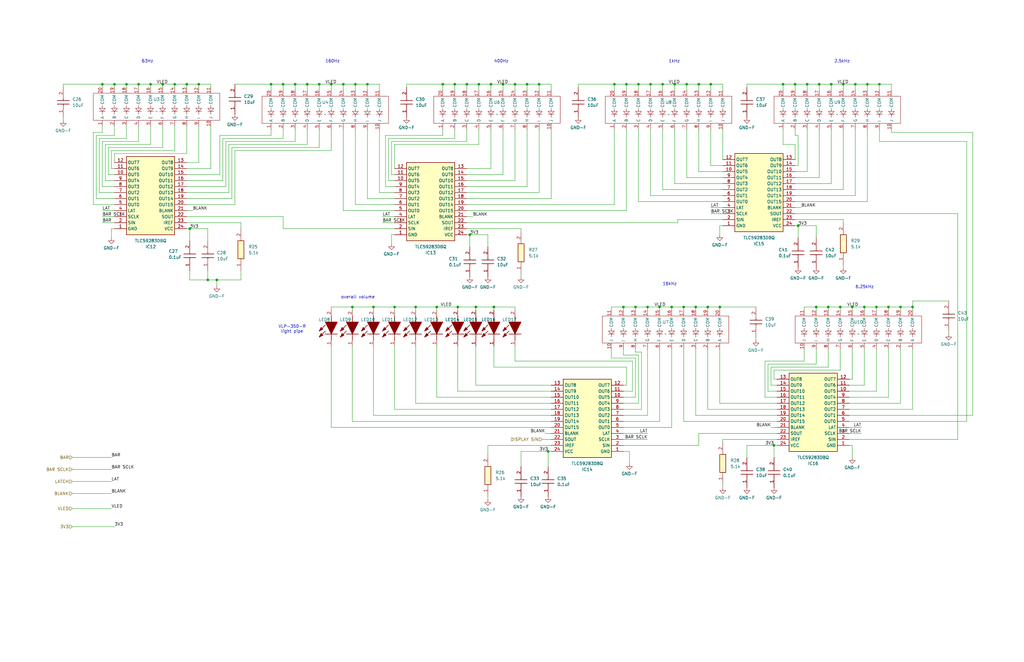
<source format=kicad_sch>
(kicad_sch (version 20231120) (generator "eeschema") (generator_version "8.0")
  (paper "B")
  (title_block (title "Audio System") (date "2025-02-06") (rev "P1") (company "Wolfe Engineering"))
  (junction (at 227.33 35.56))
  (junction (at 293.37 129.54))
  (junction (at 350.52 35.56))
  (junction (at 48.26 35.56))
  (junction (at 217.17 35.56))
  (junction (at 231.14 190.5))
  (junction (at 288.29 129.54))
  (junction (at 330.2 35.56))
  (junction (at 83.82 35.56))
  (junction (at 53.34 35.56))
  (junction (at 294.64 35.56))
  (junction (at 191.77 35.56))
  (junction (at 344.17 129.54))
  (junction (at 326.39 187.96))
  (junction (at 208.28 129.54))
  (junction (at 369.57 129.54))
  (junction (at 222.25 35.56))
  (junction (at 384.81 129.54))
  (junction (at 355.6 35.56))
  (junction (at 279.4 35.56))
  (junction (at 269.24 35.56))
  (junction (at 262.89 129.54))
  (junction (at 259.08 35.56))
  (junction (at 87.63 118.11))
  (junction (at 91.44 118.11))
  (junction (at 175.26 129.54))
  (junction (at 166.37 129.54))
  (junction (at 212.09 35.56))
  (junction (at 148.59 129.54))
  (junction (at 68.58 35.56))
  (junction (at 200.66 129.54))
  (junction (at 283.21 129.54))
  (junction (at 184.15 129.54))
  (junction (at 349.25 129.54))
  (junction (at 154.94 35.56))
  (junction (at 264.16 35.56))
  (junction (at 129.54 35.56))
  (junction (at 139.7 35.56))
  (junction (at 196.85 35.56))
  (junction (at 273.05 129.54))
  (junction (at 345.44 35.56))
  (junction (at 274.32 35.56))
  (junction (at 364.49 129.54))
  (junction (at 359.41 129.54))
  (junction (at 374.65 129.54))
  (junction (at 298.45 129.54))
  (junction (at 157.48 129.54))
  (junction (at 360.68 35.56))
  (junction (at 124.46 35.56))
  (junction (at 80.01 96.52))
  (junction (at 365.76 35.56))
  (junction (at 207.01 35.56))
  (junction (at 201.93 35.56))
  (junction (at 336.55 95.25))
  (junction (at 340.36 35.56))
  (junction (at 63.5 35.56))
  (junction (at 267.97 129.54))
  (junction (at 284.48 35.56))
  (junction (at 303.53 129.54))
  (junction (at 379.73 129.54))
  (junction (at 114.3 35.56))
  (junction (at 299.72 35.56))
  (junction (at 335.28 35.56))
  (junction (at 278.13 129.54))
  (junction (at 134.62 35.56))
  (junction (at 289.56 35.56))
  (junction (at 186.69 35.56))
  (junction (at 78.74 35.56))
  (junction (at 193.04 129.54))
  (junction (at 198.12 99.06))
  (junction (at 58.42 35.56))
  (junction (at 370.84 35.56))
  (junction (at 119.38 35.56))
  (junction (at 149.86 35.56))
  (junction (at 144.78 35.56))
  (junction (at 43.18 35.56))
  (junction (at 354.33 129.54))
  (junction (at 73.66 35.56))
  (wire (pts (xy 196.85 86.36) (xy 259.08 86.36)))
  (wire (pts (xy 304.8 82.55) (xy 274.32 82.55)))
  (wire (pts (xy 299.72 69.85) (xy 299.72 54.61)))
  (wire (pts (xy 119.38 91.44) (xy 119.38 96.52)))
  (wire (pts (xy 304.8 80.01) (xy 279.4 80.01)))
  (wire (pts (xy 41.91 81.28) (xy 41.91 58.42)))
  (wire (pts (xy 232.41 170.18) (xy 175.26 170.18)))
  (wire (pts (xy 119.38 35.56) (xy 119.38 38.1)))
  (wire (pts (xy 196.85 54.61) (xy 196.85 59.69)))
  (wire (pts (xy 273.05 129.54) (xy 267.97 129.54)))
  (wire (pts (xy 303.53 170.18) (xy 303.53 147.32)))
  (wire (pts (xy 274.32 35.56) (xy 279.4 35.56)))
  (wire (pts (xy 355.6 80.01) (xy 355.6 54.61)))
  (wire (pts (xy 355.6 35.56) (xy 355.6 38.1)))
  (wire (pts (xy 165.1 99.06) (xy 165.1 102.87)))
  (wire (pts (xy 379.73 129.54) (xy 374.65 129.54)))
  (wire (pts (xy 379.73 170.18) (xy 379.73 147.32)))
  (wire (pts (xy 294.64 35.56) (xy 299.72 35.56)))
  (wire (pts (xy 166.37 129.54) (xy 166.37 130.81)))
  (wire (pts (xy 139.7 146.05) (xy 139.7 180.34)))
  (wire (pts (xy 384.81 129.54) (xy 379.73 129.54)))
  (wire (pts (xy 262.89 162.56) (xy 264.16 162.56)))
  (wire (pts (xy 407.67 177.8) (xy 407.67 59.69)))
  (wire (pts (xy 294.64 35.56) (xy 294.64 38.1)))
  (wire (pts (xy 284.48 77.47) (xy 284.48 54.61)))
  (wire (pts (xy 154.94 35.56) (xy 154.94 38.1)))
  (wire (pts (xy 262.89 165.1) (xy 266.7 165.1)))
  (wire (pts (xy 264.16 35.56) (xy 264.16 38.1)))
  (wire (pts (xy 39.37 86.36) (xy 48.26 86.36)))
  (wire (pts (xy 327.66 170.18) (xy 303.53 170.18)))
  (wire (pts (xy 359.41 129.54) (xy 359.41 130.81)))
  (wire (pts (xy 370.84 59.69) (xy 370.84 54.61)))
  (wire (pts (xy 129.54 35.56) (xy 134.62 35.56)))
  (wire (pts (xy 83.82 53.34) (xy 83.82 68.58)))
  (wire (pts (xy 48.26 35.56) (xy 48.26 36.83)))
  (wire (pts (xy 270.51 172.72) (xy 270.51 148.59)))
  (wire (pts (xy 330.2 38.1) (xy 330.2 35.56)))
  (wire (pts (xy 288.29 129.54) (xy 283.21 129.54)))
  (wire (pts (xy 198.12 99.06) (xy 205.74 99.06)))
  (wire (pts (xy 58.42 35.56) (xy 63.5 35.56)))
  (wire (pts (xy 299.72 90.17) (xy 304.8 90.17)))
  (wire (pts (xy 327.66 180.34) (xy 325.12 180.34)))
  (wire (pts (xy 278.13 129.54) (xy 273.05 129.54)))
  (wire (pts (xy 196.85 93.98) (xy 285.75 93.98)))
  (wire (pts (xy 369.57 129.54) (xy 369.57 130.81)))
  (wire (pts (xy 273.05 175.26) (xy 273.05 147.32)))
  (wire (pts (xy 186.69 35.56) (xy 191.77 35.56)))
  (wire (pts (xy 304.8 185.42) (xy 304.8 186.69)))
  (wire (pts (xy 139.7 35.56) (xy 144.78 35.56)))
  (wire (pts (xy 217.17 146.05) (xy 217.17 152.4)))
  (wire (pts (xy 87.63 101.6) (xy 87.63 96.52)))
  (wire (pts (xy 166.37 73.66) (xy 165.1 73.66)))
  (wire (pts (xy 364.49 129.54) (xy 359.41 129.54)))
  (wire (pts (xy 410.21 55.88) (xy 375.92 55.88)))
  (wire (pts (xy 44.45 60.96) (xy 63.5 60.96)))
  (wire (pts (xy 267.97 148.59) (xy 267.97 147.32)))
  (wire (pts (xy 93.98 58.42) (xy 119.38 58.42)))
  (wire (pts (xy 285.75 92.71) (xy 304.8 92.71)))
  (wire (pts (xy 43.18 59.69) (xy 43.18 78.74)))
  (wire (pts (xy 43.18 78.74) (xy 48.26 78.74)))
  (wire (pts (xy 335.28 77.47) (xy 350.52 77.47)))
  (wire (pts (xy 384.81 127) (xy 384.81 129.54)))
  (wire (pts (xy 355.6 92.71) (xy 355.6 93.98)))
  (wire (pts (xy 365.76 35.56) (xy 370.84 35.56)))
  (wire (pts (xy 374.65 129.54) (xy 369.57 129.54)))
  (wire (pts (xy 78.74 78.74) (xy 95.25 78.74)))
  (wire (pts (xy 266.7 152.4) (xy 217.17 152.4)))
  (wire (pts (xy 46.99 63.5) (xy 73.66 63.5)))
  (wire (pts (xy 191.77 58.42) (xy 191.77 54.61)))
  (wire (pts (xy 262.89 190.5) (xy 265.43 190.5)))
  (wire (pts (xy 43.18 93.98) (xy 48.26 93.98)))
  (wire (pts (xy 267.97 129.54) (xy 267.97 130.81)))
  (wire (pts (xy 208.28 129.54) (xy 217.17 129.54)))
  (wire (pts (xy 229.87 182.88) (xy 232.41 182.88)))
  (wire (pts (xy 303.53 129.54) (xy 298.45 129.54)))
  (wire (pts (xy 186.69 57.15) (xy 186.69 54.61)))
  (wire (pts (xy 205.74 209.55) (xy 205.74 210.82)))
  (wire (pts (xy 407.67 59.69) (xy 370.84 59.69)))
  (wire (pts (xy 339.09 152.4) (xy 339.09 147.32)))
  (wire (pts (xy 78.74 64.77) (xy 48.26 64.77)))
  (wire (pts (xy 78.74 35.56) (xy 78.74 36.83)))
  (wire (pts (xy 41.91 58.42) (xy 53.34 58.42)))
  (wire (pts (xy 359.41 187.96) (xy 359.41 193.04)))
  (wire (pts (xy 87.63 118.11) (xy 80.01 118.11)))
  (wire (pts (xy 154.94 83.82) (xy 166.37 83.82)))
  (wire (pts (xy 44.45 76.2) (xy 44.45 60.96)))
  (wire (pts (xy 327.66 187.96) (xy 326.39 187.96)))
  (wire (pts (xy 269.24 170.18) (xy 269.24 149.86)))
  (wire (pts (xy 327.66 172.72) (xy 298.45 172.72)))
  (wire (pts (xy 73.66 35.56) (xy 73.66 36.83)))
  (wire (pts (xy 144.78 88.9) (xy 144.78 54.61)))
  (wire (pts (xy 262.89 167.64) (xy 267.97 167.64)))
  (wire (pts (xy 58.42 53.34) (xy 58.42 59.69)))
  (wire (pts (xy 119.38 35.56) (xy 124.46 35.56)))
  (wire (pts (xy 232.41 162.56) (xy 200.66 162.56)))
  (wire (pts (xy 325.12 162.56) (xy 325.12 154.94)))
  (wire (pts (xy 198.12 99.06) (xy 198.12 104.14)))
  (wire (pts (xy 375.92 55.88) (xy 375.92 54.61)))
  (wire (pts (xy 289.56 74.93) (xy 289.56 54.61)))
  (wire (pts (xy 208.28 129.54) (xy 208.28 130.81)))
  (wire (pts (xy 114.3 57.15) (xy 114.3 54.61)))
  (wire (pts (xy 78.74 76.2) (xy 93.98 76.2)))
  (wire (pts (xy 379.73 129.54) (xy 379.73 130.81)))
  (wire (pts (xy 149.86 35.56) (xy 154.94 35.56)))
  (wire (pts (xy 359.41 129.54) (xy 354.33 129.54)))
  (wire (pts (xy 262.89 172.72) (xy 270.51 172.72)))
  (wire (pts (xy 262.89 180.34) (xy 283.21 180.34)))
  (wire (pts (xy 217.17 130.81) (xy 217.17 129.54)))
  (wire (pts (xy 299.72 35.56) (xy 304.8 35.56)))
  (wire (pts (xy 365.76 35.56) (xy 365.76 38.1)))
  (wire (pts (xy 360.68 35.56) (xy 365.76 35.56)))
  (wire (pts (xy 322.58 167.64) (xy 322.58 152.4)))
  (wire (pts (xy 364.49 129.54) (xy 364.49 130.81)))
  (wire (pts (xy 26.67 35.56) (xy 43.18 35.56)))
  (wire (pts (xy 114.3 35.56) (xy 119.38 35.56)))
  (wire (pts (xy 175.26 146.05) (xy 175.26 170.18)))
  (wire (pts (xy 196.85 78.74) (xy 222.25 78.74)))
  (wire (pts (xy 175.26 129.54) (xy 175.26 130.81)))
  (wire (pts (xy 335.28 60.96) (xy 330.2 60.96)))
  (wire (pts (xy 323.85 153.67) (xy 323.85 165.1)))
  (wire (pts (xy 171.45 36.83) (xy 171.45 35.56)))
  (wire (pts (xy 335.28 35.56) (xy 335.28 38.1)))
  (wire (pts (xy 354.33 129.54) (xy 354.33 130.81)))
  (wire (pts (xy 48.26 53.34) (xy 48.26 57.15)))
  (wire (pts (xy 157.48 129.54) (xy 157.48 130.81)))
  (wire (pts (xy 335.28 85.09) (xy 365.76 85.09)))
  (wire (pts (xy 410.21 175.26) (xy 410.21 55.88)))
  (wire (pts (xy 53.34 35.56) (xy 53.34 36.83)))
  (wire (pts (xy 201.93 35.56) (xy 201.93 38.1)))
  (wire (pts (xy 43.18 36.83) (xy 43.18 35.56)))
  (wire (pts (xy 262.89 177.8) (xy 278.13 177.8)))
  (wire (pts (xy 196.85 88.9) (xy 264.16 88.9)))
  (wire (pts (xy 124.46 35.56) (xy 124.46 38.1)))
  (wire (pts (xy 327.66 182.88) (xy 294.64 182.88)))
  (wire (pts (xy 30.48 208.28) (xy 46.99 208.28)))
  (wire (pts (xy 162.56 57.15) (xy 186.69 57.15)))
  (wire (pts (xy 262.89 149.86) (xy 262.89 147.32)))
  (wire (pts (xy 369.57 129.54) (xy 364.49 129.54)))
  (wire (pts (xy 171.45 35.56) (xy 186.69 35.56)))
  (wire (pts (xy 219.71 115.57) (xy 219.71 116.84)))
  (wire (pts (xy 304.8 72.39) (xy 294.64 72.39)))
  (wire (pts (xy 330.2 35.56) (xy 335.28 35.56)))
  (wire (pts (xy 274.32 82.55) (xy 274.32 54.61)))
  (wire (pts (xy 267.97 129.54) (xy 262.89 129.54)))
  (wire (pts (xy 48.26 57.15) (xy 40.64 57.15)))
  (wire (pts (xy 101.6 114.3) (xy 101.6 118.11)))
  (wire (pts (xy 335.28 74.93) (xy 345.44 74.93)))
  (wire (pts (xy 196.85 83.82) (xy 232.41 83.82)))
  (wire (pts (xy 358.14 177.8) (xy 407.67 177.8)))
  (wire (pts (xy 134.62 62.23) (xy 134.62 54.61)))
  (wire (pts (xy 262.89 182.88) (xy 273.05 182.88)))
  (wire (pts (xy 304.8 74.93) (xy 289.56 74.93)))
  (wire (pts (xy 369.57 165.1) (xy 369.57 147.32)))
  (wire (pts (xy 358.14 160.02) (xy 359.41 160.02)))
  (wire (pts (xy 269.24 35.56) (xy 269.24 38.1)))
  (wire (pts (xy 68.58 35.56) (xy 68.58 36.83)))
  (wire (pts (xy 374.65 167.64) (xy 374.65 147.32)))
  (wire (pts (xy 269.24 85.09) (xy 269.24 54.61)))
  (wire (pts (xy 262.89 170.18) (xy 269.24 170.18)))
  (wire (pts (xy 78.74 91.44) (xy 119.38 91.44)))
  (wire (pts (xy 335.28 92.71) (xy 355.6 92.71)))
  (wire (pts (xy 284.48 35.56) (xy 284.48 38.1)))
  (wire (pts (xy 58.42 35.56) (xy 58.42 36.83)))
  (wire (pts (xy 139.7 129.54) (xy 139.7 130.81)))
  (wire (pts (xy 207.01 35.56) (xy 212.09 35.56)))
  (wire (pts (xy 139.7 63.5) (xy 139.7 54.61)))
  (wire (pts (xy 294.64 187.96) (xy 262.89 187.96)))
  (wire (pts (xy 63.5 35.56) (xy 63.5 36.83)))
  (wire (pts (xy 267.97 151.13) (xy 257.81 151.13)))
  (wire (pts (xy 196.85 35.56) (xy 196.85 38.1)))
  (wire (pts (xy 208.28 146.05) (xy 208.28 154.94)))
  (wire (pts (xy 264.16 35.56) (xy 269.24 35.56)))
  (wire (pts (xy 354.33 129.54) (xy 349.25 129.54)))
  (wire (pts (xy 88.9 35.56) (xy 88.9 36.83)))
  (wire (pts (xy 114.3 38.1) (xy 114.3 35.56)))
  (wire (pts (xy 304.8 77.47) (xy 284.48 77.47)))
  (wire (pts (xy 340.36 35.56) (xy 340.36 38.1)))
  (wire (pts (xy 370.84 35.56) (xy 375.92 35.56)))
  (wire (pts (xy 78.74 35.56) (xy 83.82 35.56)))
  (wire (pts (xy 97.79 62.23) (xy 134.62 62.23)))
  (wire (pts (xy 359.41 160.02) (xy 359.41 147.32)))
  (wire (pts (xy 129.54 60.96) (xy 129.54 54.61)))
  (wire (pts (xy 45.72 62.23) (xy 45.72 73.66)))
  (wire (pts (xy 219.71 96.52) (xy 219.71 97.79)))
  (wire (pts (xy 139.7 35.56) (xy 139.7 38.1)))
  (wire (pts (xy 83.82 35.56) (xy 83.82 36.83)))
  (wire (pts (xy 293.37 175.26) (xy 293.37 147.32)))
  (wire (pts (xy 335.28 80.01) (xy 355.6 80.01)))
  (wire (pts (xy 157.48 129.54) (xy 166.37 129.54)))
  (wire (pts (xy 212.09 73.66) (xy 212.09 54.61)))
  (wire (pts (xy 196.85 81.28) (xy 227.33 81.28)))
  (wire (pts (xy 205.74 187.96) (xy 205.74 191.77)))
  (wire (pts (xy 349.25 129.54) (xy 349.25 130.81)))
  (wire (pts (xy 344.17 129.54) (xy 339.09 129.54)))
  (wire (pts (xy 88.9 53.34) (xy 88.9 71.12)))
  (wire (pts (xy 232.41 35.56) (xy 232.41 38.1)))
  (wire (pts (xy 278.13 177.8) (xy 278.13 147.32)))
  (wire (pts (xy 200.66 146.05) (xy 200.66 162.56)))
  (wire (pts (xy 196.85 91.44) (xy 199.39 91.44)))
  (wire (pts (xy 335.28 87.63) (xy 337.82 87.63)))
  (wire (pts (xy 304.8 69.85) (xy 299.72 69.85)))
  (wire (pts (xy 243.84 36.83) (xy 243.84 35.56)))
  (wire (pts (xy 314.96 36.83) (xy 314.96 35.56)))
  (wire (pts (xy 45.72 73.66) (xy 48.26 73.66)))
  (wire (pts (xy 48.26 96.52) (xy 46.99 96.52)))
  (wire (pts (xy 344.17 147.32) (xy 344.17 153.67)))
  (wire (pts (xy 78.74 88.9) (xy 81.28 88.9)))
  (wire (pts (xy 96.52 60.96) (xy 129.54 60.96)))
  (wire (pts (xy 304.8 54.61) (xy 304.8 67.31)))
  (wire (pts (xy 227.33 35.56) (xy 227.33 38.1)))
  (wire (pts (xy 68.58 62.23) (xy 45.72 62.23)))
  (wire (pts (xy 279.4 35.56) (xy 284.48 35.56)))
  (wire (pts (xy 349.25 154.94) (xy 349.25 147.32)))
  (wire (pts (xy 217.17 35.56) (xy 217.17 38.1)))
  (wire (pts (xy 327.66 162.56) (xy 325.12 162.56)))
  (wire (pts (xy 288.29 129.54) (xy 288.29 130.81)))
  (wire (pts (xy 148.59 129.54) (xy 139.7 129.54)))
  (wire (pts (xy 266.7 165.1) (xy 266.7 152.4)))
  (wire (pts (xy 283.21 129.54) (xy 283.21 130.81)))
  (wire (pts (xy 73.66 35.56) (xy 78.74 35.56)))
  (wire (pts (xy 326.39 160.02) (xy 327.66 160.02)))
  (wire (pts (xy 78.74 81.28) (xy 96.52 81.28)))
  (wire (pts (xy 91.44 118.11) (xy 91.44 120.65)))
  (wire (pts (xy 196.85 59.69) (xy 165.1 59.69)))
  (wire (pts (xy 207.01 35.56) (xy 207.01 38.1)))
  (wire (pts (xy 375.92 35.56) (xy 375.92 38.1)))
  (wire (pts (xy 191.77 35.56) (xy 191.77 38.1)))
  (wire (pts (xy 257.81 151.13) (xy 257.81 147.32)))
  (wire (pts (xy 335.28 95.25) (xy 336.55 95.25)))
  (wire (pts (xy 144.78 35.56) (xy 149.86 35.56)))
  (wire (pts (xy 92.71 57.15) (xy 114.3 57.15)))
  (wire (pts (xy 345.44 35.56) (xy 345.44 38.1)))
  (wire (pts (xy 384.81 172.72) (xy 384.81 147.32)))
  (wire (pts (xy 99.06 63.5) (xy 139.7 63.5)))
  (wire (pts (xy 400.05 127) (xy 384.81 127)))
  (wire (pts (xy 39.37 55.88) (xy 43.18 55.88)))
  (wire (pts (xy 326.39 187.96) (xy 326.39 193.04)))
  (wire (pts (xy 267.97 167.64) (xy 267.97 151.13)))
  (wire (pts (xy 403.86 90.17) (xy 403.86 185.42)))
  (wire (pts (xy 200.66 129.54) (xy 208.28 129.54)))
  (wire (pts (xy 161.29 91.44) (xy 166.37 91.44)))
  (wire (pts (xy 303.53 95.25) (xy 303.53 99.06)))
  (wire (pts (xy 358.14 185.42) (xy 403.86 185.42)))
  (wire (pts (xy 335.28 69.85) (xy 336.55 69.85)))
  (wire (pts (xy 355.6 35.56) (xy 360.68 35.56)))
  (wire (pts (xy 354.33 156.21) (xy 354.33 147.32)))
  (wire (pts (xy 73.66 63.5) (xy 73.66 53.34)))
  (wire (pts (xy 232.41 167.64) (xy 184.15 167.64)))
  (wire (pts (xy 363.22 180.34) (xy 358.14 180.34)))
  (wire (pts (xy 340.36 35.56) (xy 345.44 35.56)))
  (wire (pts (xy 80.01 118.11) (xy 80.01 114.3)))
  (wire (pts (xy 219.71 190.5) (xy 231.14 190.5)))
  (wire (pts (xy 80.01 96.52) (xy 80.01 101.6)))
  (wire (pts (xy 228.6 185.42) (xy 232.41 185.42)))
  (wire (pts (xy 345.44 35.56) (xy 350.52 35.56)))
  (wire (pts (xy 201.93 35.56) (xy 207.01 35.56)))
  (wire (pts (xy 364.49 162.56) (xy 364.49 147.32)))
  (wire (pts (xy 259.08 35.56) (xy 264.16 35.56)))
  (wire (pts (xy 124.46 59.69) (xy 124.46 54.61)))
  (wire (pts (xy 279.4 80.01) (xy 279.4 54.61)))
  (wire (pts (xy 262.89 129.54) (xy 262.89 130.81)))
  (wire (pts (xy 293.37 129.54) (xy 288.29 129.54)))
  (wire (pts (xy 217.17 35.56) (xy 222.25 35.56)))
  (wire (pts (xy 166.37 71.12) (xy 166.37 60.96)))
  (wire (pts (xy 26.67 49.53) (xy 26.67 50.8)))
  (wire (pts (xy 166.37 99.06) (xy 165.1 99.06)))
  (wire (pts (xy 232.41 172.72) (xy 166.37 172.72)))
  (wire (pts (xy 327.66 177.8) (xy 288.29 177.8)))
  (wire (pts (xy 43.18 55.88) (xy 43.18 53.34)))
  (wire (pts (xy 335.28 82.55) (xy 360.68 82.55)))
  (wire (pts (xy 243.84 35.56) (xy 259.08 35.56)))
  (wire (pts (xy 222.25 35.56) (xy 227.33 35.56)))
  (wire (pts (xy 193.04 146.05) (xy 193.04 165.1)))
  (wire (pts (xy 160.02 81.28) (xy 166.37 81.28)))
  (wire (pts (xy 360.68 35.56) (xy 360.68 38.1)))
  (wire (pts (xy 101.6 93.98) (xy 101.6 96.52)))
  (wire (pts (xy 350.52 35.56) (xy 355.6 35.56)))
  (wire (pts (xy 40.64 57.15) (xy 40.64 83.82)))
  (wire (pts (xy 384.81 130.81) (xy 384.81 129.54)))
  (wire (pts (xy 95.25 59.69) (xy 124.46 59.69)))
  (wire (pts (xy 83.82 35.56) (xy 88.9 35.56)))
  (wire (pts (xy 264.16 88.9) (xy 264.16 54.61)))
  (wire (pts (xy 162.56 78.74) (xy 162.56 57.15)))
  (wire (pts (xy 78.74 53.34) (xy 78.74 64.77)))
  (wire (pts (xy 303.53 130.81) (xy 303.53 129.54)))
  (wire (pts (xy 88.9 71.12) (xy 78.74 71.12)))
  (wire (pts (xy 200.66 129.54) (xy 200.66 130.81)))
  (wire (pts (xy 43.18 88.9) (xy 48.26 88.9)))
  (wire (pts (xy 288.29 177.8) (xy 288.29 147.32)))
  (wire (pts (xy 165.1 59.69) (xy 165.1 73.66)))
  (wire (pts (xy 217.17 76.2) (xy 217.17 54.61)))
  (wire (pts (xy 326.39 156.21) (xy 354.33 156.21)))
  (wire (pts (xy 166.37 146.05) (xy 166.37 172.72)))
  (wire (pts (xy 304.8 204.47) (xy 304.8 205.74)))
  (wire (pts (xy 298.45 172.72) (xy 298.45 147.32)))
  (wire (pts (xy 358.14 172.72) (xy 384.81 172.72)))
  (wire (pts (xy 201.93 54.61) (xy 201.93 60.96)))
  (wire (pts (xy 44.45 76.2) (xy 48.26 76.2)))
  (wire (pts (xy 92.71 73.66) (xy 92.71 57.15)))
  (wire (pts (xy 124.46 35.56) (xy 129.54 35.56)))
  (wire (pts (xy 360.68 82.55) (xy 360.68 54.61)))
  (wire (pts (xy 196.85 96.52) (xy 219.71 96.52)))
  (wire (pts (xy 325.12 154.94) (xy 349.25 154.94)))
  (wire (pts (xy 289.56 35.56) (xy 289.56 38.1)))
  (wire (pts (xy 227.33 35.56) (xy 232.41 35.56)))
  (wire (pts (xy 355.6 111.76) (xy 355.6 113.03)))
  (wire (pts (xy 335.28 72.39) (xy 340.36 72.39)))
  (wire (pts (xy 205.74 104.14) (xy 205.74 99.06)))
  (wire (pts (xy 184.15 146.05) (xy 184.15 167.64)))
  (wire (pts (xy 322.58 152.4) (xy 339.09 152.4)))
  (wire (pts (xy 78.74 73.66) (xy 92.71 73.66)))
  (wire (pts (xy 78.74 86.36) (xy 99.06 86.36)))
  (wire (pts (xy 262.89 185.42) (xy 273.05 185.42)))
  (wire (pts (xy 148.59 129.54) (xy 157.48 129.54)))
  (wire (pts (xy 259.08 38.1) (xy 259.08 35.56)))
  (wire (pts (xy 196.85 76.2) (xy 217.17 76.2)))
  (wire (pts (xy 212.09 35.56) (xy 212.09 38.1)))
  (wire (pts (xy 63.5 60.96) (xy 63.5 53.34)))
  (wire (pts (xy 269.24 149.86) (xy 262.89 149.86)))
  (wire (pts (xy 157.48 146.05) (xy 157.48 175.26)))
  (wire (pts (xy 40.64 83.82) (xy 48.26 83.82)))
  (wire (pts (xy 48.26 64.77) (xy 48.26 68.58)))
  (wire (pts (xy 163.83 76.2) (xy 163.83 58.42)))
  (wire (pts (xy 358.14 187.96) (xy 359.41 187.96)))
  (wire (pts (xy 264.16 154.94) (xy 208.28 154.94)))
  (wire (pts (xy 39.37 55.88) (xy 39.37 86.36)))
  (wire (pts (xy 53.34 35.56) (xy 58.42 35.56)))
  (wire (pts (xy 265.43 190.5) (xy 265.43 195.58)))
  (wire (pts (xy 196.85 71.12) (xy 207.01 71.12)))
  (wire (pts (xy 293.37 129.54) (xy 293.37 130.81)))
  (wire (pts (xy 294.64 182.88) (xy 294.64 187.96)))
  (wire (pts (xy 232.41 180.34) (xy 139.7 180.34)))
  (wire (pts (xy 219.71 196.85) (xy 219.71 190.5)))
  (wire (pts (xy 96.52 81.28) (xy 96.52 60.96)))
  (wire (pts (xy 259.08 86.36) (xy 259.08 54.61)))
  (wire (pts (xy 273.05 129.54) (xy 273.05 130.81)))
  (wire (pts (xy 68.58 53.34) (xy 68.58 62.23)))
  (wire (pts (xy 160.02 35.56) (xy 160.02 38.1)))
  (wire (pts (xy 212.09 35.56) (xy 217.17 35.56)))
  (wire (pts (xy 330.2 60.96) (xy 330.2 54.61)))
  (wire (pts (xy 154.94 35.56) (xy 160.02 35.56)))
  (wire (pts (xy 58.42 59.69) (xy 43.18 59.69)))
  (wire (pts (xy 318.77 129.54) (xy 303.53 129.54)))
  (wire (pts (xy 161.29 93.98) (xy 166.37 93.98)))
  (wire (pts (xy 149.86 86.36) (xy 166.37 86.36)))
  (wire (pts (xy 304.8 95.25) (xy 303.53 95.25)))
  (wire (pts (xy 304.8 35.56) (xy 304.8 38.1)))
  (wire (pts (xy 257.81 129.54) (xy 257.81 130.81)))
  (wire (pts (xy 166.37 60.96) (xy 201.93 60.96)))
  (wire (pts (xy 314.96 193.04) (xy 314.96 187.96)))
  (wire (pts (xy 222.25 78.74) (xy 222.25 54.61)))
  (wire (pts (xy 186.69 38.1) (xy 186.69 35.56)))
  (wire (pts (xy 283.21 180.34) (xy 283.21 147.32)))
  (wire (pts (xy 160.02 54.61) (xy 160.02 81.28)))
  (wire (pts (xy 344.17 153.67) (xy 323.85 153.67)))
  (wire (pts (xy 358.14 167.64) (xy 374.65 167.64)))
  (wire (pts (xy 262.89 129.54) (xy 257.81 129.54)))
  (wire (pts (xy 349.25 129.54) (xy 344.17 129.54)))
  (wire (pts (xy 184.15 129.54) (xy 193.04 129.54)))
  (wire (pts (xy 196.85 73.66) (xy 212.09 73.66)))
  (wire (pts (xy 134.62 35.56) (xy 134.62 38.1)))
  (wire (pts (xy 336.55 57.15) (xy 335.28 57.15)))
  (wire (pts (xy 30.48 193.04) (xy 46.99 193.04)))
  (wire (pts (xy 232.41 190.5) (xy 231.14 190.5)))
  (wire (pts (xy 232.41 83.82) (xy 232.41 54.61)))
  (wire (pts (xy 227.33 81.28) (xy 227.33 54.61)))
  (wire (pts (xy 154.94 83.82) (xy 154.94 54.61)))
  (wire (pts (xy 63.5 35.56) (xy 68.58 35.56)))
  (wire (pts (xy 48.26 81.28) (xy 41.91 81.28)))
  (wire (pts (xy 166.37 76.2) (xy 163.83 76.2)))
  (wire (pts (xy 78.74 93.98) (xy 101.6 93.98)))
  (wire (pts (xy 30.48 222.25) (xy 48.26 222.25)))
  (wire (pts (xy 358.14 170.18) (xy 379.73 170.18)))
  (wire (pts (xy 232.41 187.96) (xy 205.74 187.96)))
  (wire (pts (xy 358.14 165.1) (xy 369.57 165.1)))
  (wire (pts (xy 298.45 129.54) (xy 293.37 129.54)))
  (wire (pts (xy 299.72 35.56) (xy 299.72 38.1)))
  (wire (pts (xy 335.28 57.15) (xy 335.28 54.61)))
  (wire (pts (xy 134.62 35.56) (xy 139.7 35.56)))
  (wire (pts (xy 350.52 77.47) (xy 350.52 54.61)))
  (wire (pts (xy 326.39 156.21) (xy 326.39 160.02)))
  (wire (pts (xy 270.51 148.59) (xy 267.97 148.59)))
  (wire (pts (xy 43.18 35.56) (xy 48.26 35.56)))
  (wire (pts (xy 26.67 36.83) (xy 26.67 35.56)))
  (wire (pts (xy 400.05 139.7) (xy 400.05 140.97)))
  (wire (pts (xy 345.44 74.93) (xy 345.44 54.61)))
  (wire (pts (xy 365.76 85.09) (xy 365.76 54.61)))
  (wire (pts (xy 336.55 95.25) (xy 336.55 100.33)))
  (wire (pts (xy 278.13 129.54) (xy 278.13 130.81)))
  (wire (pts (xy 327.66 185.42) (xy 304.8 185.42)))
  (wire (pts (xy 327.66 175.26) (xy 293.37 175.26)))
  (wire (pts (xy 262.89 175.26) (xy 273.05 175.26)))
  (wire (pts (xy 335.28 35.56) (xy 340.36 35.56)))
  (wire (pts (xy 304.8 85.09) (xy 269.24 85.09)))
  (wire (pts (xy 129.54 35.56) (xy 129.54 38.1)))
  (wire (pts (xy 30.48 214.63) (xy 46.99 214.63)))
  (wire (pts (xy 232.41 165.1) (xy 193.04 165.1)))
  (wire (pts (xy 99.06 86.36) (xy 99.06 63.5)))
  (wire (pts (xy 335.28 90.17) (xy 403.86 90.17)))
  (wire (pts (xy 163.83 58.42) (xy 191.77 58.42)))
  (wire (pts (xy 283.21 129.54) (xy 278.13 129.54)))
  (wire (pts (xy 222.25 35.56) (xy 222.25 38.1)))
  (wire (pts (xy 264.16 162.56) (xy 264.16 154.94)))
  (wire (pts (xy 339.09 129.54) (xy 339.09 130.81)))
  (wire (pts (xy 46.99 96.52) (xy 46.99 100.33)))
  (wire (pts (xy 193.04 129.54) (xy 193.04 130.81)))
  (wire (pts (xy 78.74 83.82) (xy 97.79 83.82)))
  (wire (pts (xy 149.86 86.36) (xy 149.86 54.61)))
  (wire (pts (xy 95.25 78.74) (xy 95.25 59.69)))
  (wire (pts (xy 43.18 91.44) (xy 48.26 91.44)))
  (wire (pts (xy 53.34 58.42) (xy 53.34 53.34)))
  (wire (pts (xy 83.82 68.58) (xy 78.74 68.58)))
  (wire (pts (xy 358.14 162.56) (xy 364.49 162.56)))
  (wire (pts (xy 144.78 35.56) (xy 144.78 38.1)))
  (wire (pts (xy 48.26 35.56) (xy 53.34 35.56)))
  (wire (pts (xy 350.52 35.56) (xy 350.52 38.1)))
  (wire (pts (xy 231.14 190.5) (xy 231.14 196.85)))
  (wire (pts (xy 327.66 167.64) (xy 322.58 167.64)))
  (wire (pts (xy 323.85 165.1) (xy 327.66 165.1)))
  (wire (pts (xy 68.58 35.56) (xy 73.66 35.56)))
  (wire (pts (xy 314.96 35.56) (xy 330.2 35.56)))
  (wire (pts (xy 207.01 71.12) (xy 207.01 54.61)))
  (wire (pts (xy 274.32 35.56) (xy 274.32 38.1)))
  (wire (pts (xy 232.41 175.26) (xy 157.48 175.26)))
  (wire (pts (xy 299.72 87.63) (xy 304.8 87.63)))
  (wire (pts (xy 101.6 118.11) (xy 91.44 118.11)))
  (wire (pts (xy 166.37 78.74) (xy 162.56 78.74)))
  (wire (pts (xy 193.04 129.54) (xy 200.66 129.54)))
  (wire (pts (xy 99.06 35.56) (xy 114.3 35.56)))
  (wire (pts (xy 232.41 177.8) (xy 148.59 177.8)))
  (wire (pts (xy 298.45 129.54) (xy 298.45 130.81)))
  (wire (pts (xy 374.65 129.54) (xy 374.65 130.81)))
  (wire (pts (xy 30.48 198.12) (xy 46.99 198.12)))
  (wire (pts (xy 80.01 96.52) (xy 87.63 96.52)))
  (wire (pts (xy 279.4 35.56) (xy 279.4 38.1)))
  (wire (pts (xy 358.14 175.26) (xy 410.21 175.26)))
  (wire (pts (xy 340.36 72.39) (xy 340.36 54.61)))
  (wire (pts (xy 336.55 95.25) (xy 344.17 95.25)))
  (wire (pts (xy 370.84 35.56) (xy 370.84 38.1)))
  (wire (pts (xy 284.48 35.56) (xy 289.56 35.56)))
  (wire (pts (xy 48.26 71.12) (xy 46.99 71.12)))
  (wire (pts (xy 175.26 129.54) (xy 184.15 129.54)))
  (wire (pts (xy 314.96 187.96) (xy 326.39 187.96)))
  (wire (pts (xy 93.98 76.2) (xy 93.98 58.42)))
  (wire (pts (xy 318.77 142.24) (xy 318.77 143.51)))
  (wire (pts (xy 344.17 129.54) (xy 344.17 130.81)))
  (wire (pts (xy 196.85 35.56) (xy 201.93 35.56)))
  (wire (pts (xy 30.48 203.2) (xy 46.99 203.2)))
  (wire (pts (xy 344.17 100.33) (xy 344.17 95.25)))
  (wire (pts (xy 191.77 35.56) (xy 196.85 35.56)))
  (wire (pts (xy 335.28 67.31) (xy 335.28 60.96)))
  (wire (pts (xy 119.38 58.42) (xy 119.38 54.61)))
  (wire (pts (xy 149.86 35.56) (xy 149.86 38.1)))
  (wire (pts (xy 363.22 182.88) (xy 358.14 182.88)))
  (wire (pts (xy 336.55 69.85) (xy 336.55 57.15)))
  (wire (pts (xy 196.85 99.06) (xy 198.12 99.06)))
  (wire (pts (xy 269.24 35.56) (xy 274.32 35.56)))
  (wire (pts (xy 119.38 96.52) (xy 166.37 96.52)))
  (wire (pts (xy 184.15 129.54) (xy 184.15 130.81)))
  (wire (pts (xy 78.74 96.52) (xy 80.01 96.52)))
  (wire (pts (xy 148.59 146.05) (xy 148.59 177.8)))
  (wire (pts (xy 87.63 114.3) (xy 87.63 118.11)))
  (wire (pts (xy 91.44 118.11) (xy 87.63 118.11)))
  (wire (pts (xy 148.59 129.54) (xy 148.59 130.81)))
  (wire (pts (xy 289.56 35.56) (xy 294.64 35.56)))
  (wire (pts (xy 144.78 88.9) (xy 166.37 88.9)))
  (wire (pts (xy 294.64 72.39) (xy 294.64 54.61)))
  (wire (pts (xy 166.37 129.54) (xy 175.26 129.54)))
  (wire (pts (xy 46.99 71.12) (xy 46.99 63.5)))
  (wire (pts (xy 285.75 93.98) (xy 285.75 92.71)))
  (wire (pts (xy 97.79 83.82) (xy 97.79 62.23)))
  (text "63Hz" (at 59.69 26.67 0) (effects (font (size 1.27 1.27)) (justify left bottom)))
  (text "160Hz" (at 137.16 26.67 0) (effects (font (size 1.27 1.27)) (justify left bottom)))
  (text "400Hz" (at 208.28 26.67 0) (effects (font (size 1.27 1.27)) (justify left bottom)))
  (text "overall volume" (at 143.764 126.238 0) (effects (font (size 1.27 1.27)) (justify left bottom)))
  (text "16kHz" (at 279.4 120.65 0) (effects (font (size 1.27 1.27)) (justify left bottom)))
  (text "2.5kHz" (at 351.79 26.67 0) (effects (font (size 1.27 1.27)) (justify left bottom)))
  (text "VLP-350-R\nlight pipe" (at 123.19 138.938 0) (effects (font (size 1.27 1.27))))
  (text "1kHz" (at 281.94 26.67 0) (effects (font (size 1.27 1.27)) (justify left bottom)))
  (text "6.25kHz" (at 360.68 121.92 0) (effects (font (size 1.27 1.27)) (justify left bottom)))
  (label "3V3" (at 326.39 187.96 180))
  (label "BAR" (at 46.99 193.04 0))
  (label "VLED" (at 46.99 214.63 0))
  (label "3V3" (at 231.14 190.5 180))
  (label "VLED" (at 361.95 129.54 180))
  (label "BAR" (at 43.18 93.98 0))
  (label "BAR SCLK" (at 46.99 198.12 0))
  (label "VLED" (at 353.06 35.56 0))
  (label "BLANK" (at 81.28 88.9 0))
  (label "VLED" (at 280.67 129.54 180))
  (label "LAT" (at 46.99 203.2 0))
  (label "VLED" (at 281.94 35.56 0))
  (label "LAT" (at 299.72 87.63 0))
  (label "BAR SCLK" (at 161.29 93.98 0))
  (label "VLED" (at 209.55 35.56 0))
  (label "3V3" (at 198.12 99.06 0))
  (label "LAT" (at 161.29 91.44 0))
  (label "VLED" (at 137.16 35.56 0))
  (label "LAT" (at 43.18 88.9 0))
  (label "BLANK" (at 229.87 182.88 180))
  (label "LAT" (at 273.05 182.88 180))
  (label "BAR SCLK" (at 43.18 91.44 0))
  (label "BLANK" (at 199.39 91.44 0))
  (label "VLED" (at 66.04 35.56 0))
  (label "3V3" (at 80.01 96.52 0))
  (label "BLANK" (at 325.12 180.34 180))
  (label "BLANK" (at 337.82 87.63 0))
  (label "BAR SCLK" (at 273.05 185.42 180))
  (label "VLED" (at 190.5 129.54 180))
  (label "3V3" (at 336.55 95.25 0))
  (label "BLANK" (at 46.99 208.28 0))
  (label "BAR SCLK" (at 363.22 182.88 180))
  (label "LAT" (at 363.22 180.34 180))
  (label "BAR SCLK" (at 299.72 90.17 0))
  (label "3V3" (at 48.26 222.25 0))
  (hierarchical_label "VLED" (shape input) (at 30.48 214.63 180))
  (hierarchical_label "BLANK" (shape input) (at 30.48 208.28 180))
  (hierarchical_label "BAR" (shape input) (at 30.48 193.04 180))
  (hierarchical_label "3V3" (shape input) (at 30.48 222.25 180))
  (hierarchical_label "DISPLAY SIN" (shape input) (at 228.6 185.42 180))
  (hierarchical_label "BAR SCLK" (shape input) (at 30.48 198.12 180))
  (hierarchical_label "LATCH" (shape input) (at 30.48 203.2 180))
  (symbol (lib_id "Audio System:GRM21BR61C106KE15K") (at 314.96 205.74 90) (unit 1)
    (property "Reference" "C38" (at 318.77 198.12 90) (effects (justify right)))
    (property "Value" "10uF" (at 318.77 200.66 90) (effects (justify right)))
    (property "Footprint" "1 Audio Amp:CAPC2012X145N" (effects (hide yes)))
    (property "Datasheet" "http://www.murata.com/~/media/webrenewal/support/library/catalog/products/capacitor/mlcc/c02e.pdf" (effects (hide yes)))
    (property "Height" "1.45" (effects (hide yes)))
    (property "Manufacturer_Name" "Murata Electronics" (effects (hide yes)))
    (property "Manufacturer_Part_Number" "GRM21BR61C106KE15K" (effects (hide yes)))
    (property "Mouser Part Number" "81-GRM21BR61C106KE5K" (effects (hide yes)))
    (property "Mouser Price/Stock" "https://www.mouser.co.uk/ProductDetail/Murata-Electronics/GRM21BR61C106KE15K?qs=h0WOCFF19ULjTOS37upAEw%3D%3D" (effects (hide yes)))
    (property "Arrow Part Number" "GRM21BR61C106KE15K" (effects (hide yes)))
    (property "Arrow Price/Stock" "https://www.arrow.com/en/products/grm21br61c106ke15k/murata-manufacturing?utm_currency=USD&region=nac" (effects (hide yes)))
  )
  (symbol (lib_id "Audio System:150060SS75000") (at 217.17 146.05 90) (unit 1)
    (property "Reference" "LED17" (at 211.836 134.874 90) (effects (justify right)))
    (property "Value" "150060SS75000" (effects (hide yes)))
    (property "Footprint" "1 Audio Amp:LEDC1608X80N" (effects (hide yes)))
    (property "Height" "0.8" (effects (hide yes)))
    (property "Manufacturer_Name" "Wurth Elektronik" (effects (hide yes)))
    (property "Manufacturer_Part_Number" "150060SS75000" (effects (hide yes)))
    (property "Mouser Part Number" "710-150060SS75000" (effects (hide yes)))
    (property "Mouser Price/Stock" "https://www.mouser.co.uk/ProductDetail/Wurth-Elektronik/150060SS75000?qs=LlUlMxKIyB0oQaxwspeTEA%3D%3D" (effects (hide yes)))
  )
  (symbol (lib_name "GND_2") (lib_id "power:GND") (at 400.05 140.97 0) (unit 1)
    (property "Reference" "#PWR072" (effects (hide yes)))
    (property "Value" "GND-F" (at 400.05 145.288 0))
  )
  (symbol (lib_name "GND_2") (lib_id "power:GND") (at 318.77 143.51 0) (unit 1)
    (property "Reference" "#PWR074" (effects (hide yes)))
    (property "Value" "GND-F" (at 318.77 147.828 0))
  )
  (symbol (lib_name "GND_2") (lib_id "power:GND") (at 91.44 120.65 0) (unit 1)
    (property "Reference" "#PWR061" (effects (hide yes)))
    (property "Value" "GND-F" (at 91.44 124.968 0))
  )
  (symbol (lib_id "Audio System:GRM21BR61C106KE15K") (at 243.84 49.53 90) (unit 1)
    (property "Reference" "C36" (at 247.65 41.91 90) (effects (justify right)))
    (property "Value" "10uF" (at 247.65 44.45 90) (effects (justify right)))
    (property "Footprint" "1 Audio Amp:CAPC2012X145N" (effects (hide yes)))
    (property "Datasheet" "http://www.murata.com/~/media/webrenewal/support/library/catalog/products/capacitor/mlcc/c02e.pdf" (effects (hide yes)))
    (property "Height" "1.45" (effects (hide yes)))
    (property "Manufacturer_Name" "Murata Electronics" (effects (hide yes)))
    (property "Manufacturer_Part_Number" "GRM21BR61C106KE15K" (effects (hide yes)))
    (property "Mouser Part Number" "81-GRM21BR61C106KE5K" (effects (hide yes)))
    (property "Mouser Price/Stock" "https://www.mouser.co.uk/ProductDetail/Murata-Electronics/GRM21BR61C106KE15K?qs=h0WOCFF19ULjTOS37upAEw%3D%3D" (effects (hide yes)))
    (property "Arrow Part Number" "GRM21BR61C106KE15K" (effects (hide yes)))
    (property "Arrow Price/Stock" "https://www.arrow.com/en/products/grm21br61c106ke15k/murata-manufacturing?utm_currency=USD&region=nac" (effects (hide yes)))
  )
  (symbol (lib_id "Audio System:150060SS75000") (at 175.26 146.05 90) (unit 1)
    (property "Reference" "LED12" (at 169.926 134.874 90) (effects (justify right)))
    (property "Value" "150060SS75000" (effects (hide yes)))
    (property "Footprint" "1 Audio Amp:LEDC1608X80N" (effects (hide yes)))
    (property "Height" "0.8" (effects (hide yes)))
    (property "Manufacturer_Name" "Wurth Elektronik" (effects (hide yes)))
    (property "Manufacturer_Part_Number" "150060SS75000" (effects (hide yes)))
    (property "Mouser Part Number" "710-150060SS75000" (effects (hide yes)))
    (property "Mouser Price/Stock" "https://www.mouser.co.uk/ProductDetail/Wurth-Elektronik/150060SS75000?qs=LlUlMxKIyB0oQaxwspeTEA%3D%3D" (effects (hide yes)))
  )
  (symbol (lib_id "Audio System:TLC59283DBQ") (at 358.14 187.96 180) (unit 1)
    (property "Reference" "IC16" (at 342.9 195.58 0))
    (property "Value" "TLC59283DBQ" (at 342.9 193.04 0))
    (property "Footprint" "1 Audio Amp:SOP64P600X175-24N" (effects (hide yes)))
    (property "Datasheet" "https://www.ti.com/lit/ds/symlink/tlc59283.pdf?ts=1630477922356&ref_url=https%253A%252F%252Fwww.google.com%252F" (effects (hide yes)))
    (property "Height" "1.75" (effects (hide yes)))
    (property "Manufacturer_Name" "Texas Instruments" (effects (hide yes)))
    (property "Manufacturer_Part_Number" "TLC59283DBQ" (effects (hide yes)))
    (property "Mouser Part Number" "595-TLC59283DBQ" (effects (hide yes)))
    (property "Mouser Price/Stock" "https://www.mouser.co.uk/ProductDetail/Texas-Instruments/TLC59283DBQ?qs=Z9twEOuL%252B%2FKEr%2FW0CR%252BNoA%3D%3D" (effects (hide yes)))
    (property "Arrow Part Number" "TLC59283DBQ" (effects (hide yes)))
    (property "Arrow Price/Stock" "https://www.arrow.com/en/products/tlc59283dbq/texas-instruments?region=nac" (effects (hide yes)))
  )
  (symbol (lib_id "Audio System:TLC59283DBQ") (at 262.89 190.5 180) (unit 1)
    (property "Reference" "IC14" (at 247.65 198.12 0))
    (property "Value" "TLC59283DBQ" (at 247.65 195.58 0))
    (property "Footprint" "1 Audio Amp:SOP64P600X175-24N" (effects (hide yes)))
    (property "Datasheet" "https://www.ti.com/lit/ds/symlink/tlc59283.pdf?ts=1630477922356&ref_url=https%253A%252F%252Fwww.google.com%252F" (effects (hide yes)))
    (property "Height" "1.75" (effects (hide yes)))
    (property "Manufacturer_Name" "Texas Instruments" (effects (hide yes)))
    (property "Manufacturer_Part_Number" "TLC59283DBQ" (effects (hide yes)))
    (property "Mouser Part Number" "595-TLC59283DBQ" (effects (hide yes)))
    (property "Mouser Price/Stock" "https://www.mouser.co.uk/ProductDetail/Texas-Instruments/TLC59283DBQ?qs=Z9twEOuL%252B%2FKEr%2FW0CR%252BNoA%3D%3D" (effects (hide yes)))
    (property "Arrow Part Number" "TLC59283DBQ" (effects (hide yes)))
    (property "Arrow Price/Stock" "https://www.arrow.com/en/products/tlc59283dbq/texas-instruments?region=nac" (effects (hide yes)))
  )
  (symbol (lib_name "GND_2") (lib_id "power:GND") (at 165.1 102.87 0) (unit 1)
    (property "Reference" "#PWR067" (effects (hide yes)))
    (property "Value" "GND-F" (at 165.1 107.188 0))
  )
  (symbol (lib_name "GND_2") (lib_id "power:GND") (at 336.55 113.03 0) (unit 1)
    (property "Reference" "#PWR070" (effects (hide yes)))
    (property "Value" "GND-F" (at 336.55 117.348 0))
  )
  (symbol (lib_id "Audio System:TLC59283DBQ") (at 304.8 95.25 0) (mirror x) (unit 1)
    (property "Reference" "IC15" (at 320.04 102.87 0))
    (property "Value" "TLC59283DBQ" (at 320.04 100.33 0))
    (property "Footprint" "1 Audio Amp:SOP64P600X175-24N" (effects (hide yes)))
    (property "Datasheet" "https://www.ti.com/lit/ds/symlink/tlc59283.pdf?ts=1630477922356&ref_url=https%253A%252F%252Fwww.google.com%252F" (effects (hide yes)))
    (property "Height" "1.75" (effects (hide yes)))
    (property "Manufacturer_Name" "Texas Instruments" (effects (hide yes)))
    (property "Manufacturer_Part_Number" "TLC59283DBQ" (effects (hide yes)))
    (property "Mouser Part Number" "595-TLC59283DBQ" (effects (hide yes)))
    (property "Mouser Price/Stock" "https://www.mouser.co.uk/ProductDetail/Texas-Instruments/TLC59283DBQ?qs=Z9twEOuL%252B%2FKEr%2FW0CR%252BNoA%3D%3D" (effects (hide yes)))
    (property "Arrow Part Number" "TLC59283DBQ" (effects (hide yes)))
    (property "Arrow Price/Stock" "https://www.arrow.com/en/products/tlc59283dbq/texas-instruments?region=nac" (effects (hide yes)))
  )
  (symbol (lib_id "Audio System:LED_Bar_Graph") (at 66.04 46.99 0) (unit 1)
    (property "Reference" "U3" (at 66.04 41.91 0))
    (property "Value" "~" (at 66.04 46.99 0))
    (property "Footprint" "1 Audio Amp:LED Bar Graph" (effects (hide yes)))
  )
  (symbol (lib_id "Audio System:150060SS75000") (at 193.04 146.05 90) (unit 1)
    (property "Reference" "LED14" (at 187.706 134.874 90) (effects (justify right)))
    (property "Value" "150060SS75000" (effects (hide yes)))
    (property "Footprint" "1 Audio Amp:LEDC1608X80N" (effects (hide yes)))
    (property "Height" "0.8" (effects (hide yes)))
    (property "Manufacturer_Name" "Wurth Elektronik" (effects (hide yes)))
    (property "Manufacturer_Part_Number" "150060SS75000" (effects (hide yes)))
    (property "Mouser Part Number" "710-150060SS75000" (effects (hide yes)))
    (property "Mouser Price/Stock" "https://www.mouser.co.uk/ProductDetail/Wurth-Elektronik/150060SS75000?qs=LlUlMxKIyB0oQaxwspeTEA%3D%3D" (effects (hide yes)))
  )
  (symbol (lib_name "GND_2") (lib_id "power:GND") (at 219.71 209.55 0) (unit 1)
    (property "Reference" "#PWR073" (effects (hide yes)))
    (property "Value" "GND-F" (at 219.71 213.868 0))
  )
  (symbol (lib_id "Audio System:GRM21BR61C106KE15K") (at 205.74 116.84 90) (unit 1)
    (property "Reference" "C32" (at 209.55 109.22 90) (effects (justify right)))
    (property "Value" "10uF" (at 209.55 111.76 90) (effects (justify right)))
    (property "Footprint" "1 Audio Amp:CAPC2012X145N" (effects (hide yes)))
    (property "Datasheet" "http://www.murata.com/~/media/webrenewal/support/library/catalog/products/capacitor/mlcc/c02e.pdf" (effects (hide yes)))
    (property "Height" "1.45" (effects (hide yes)))
    (property "Manufacturer_Name" "Murata Electronics" (effects (hide yes)))
    (property "Manufacturer_Part_Number" "GRM21BR61C106KE15K" (effects (hide yes)))
    (property "Mouser Part Number" "81-GRM21BR61C106KE5K" (effects (hide yes)))
    (property "Mouser Price/Stock" "https://www.mouser.co.uk/ProductDetail/Murata-Electronics/GRM21BR61C106KE15K?qs=h0WOCFF19ULjTOS37upAEw%3D%3D" (effects (hide yes)))
    (property "Arrow Part Number" "GRM21BR61C106KE15K" (effects (hide yes)))
    (property "Arrow Price/Stock" "https://www.arrow.com/en/products/grm21br61c106ke15k/murata-manufacturing?utm_currency=USD&region=nac" (effects (hide yes)))
  )
  (symbol (lib_name "GND_2") (lib_id "power:GND") (at 243.84 49.53 0) (unit 1)
    (property "Reference" "#PWR063" (effects (hide yes)))
    (property "Value" "GND-F" (at 243.84 53.848 0))
  )
  (symbol (lib_id "Audio System:LED_Bar_Graph") (at 361.95 140.97 0) (mirror y) (unit 1)
    (property "Reference" "U10" (at 361.95 135.89 0))
    (property "Value" "~" (at 361.95 140.97 0))
    (property "Footprint" "1 Audio Amp:LED Bar Graph" (effects (hide yes)))
  )
  (symbol (lib_id "Audio System:GRM21BR61C106KE15K") (at 171.45 49.53 90) (unit 1)
    (property "Reference" "C30" (at 175.26 41.91 90) (effects (justify right)))
    (property "Value" "10uF" (at 175.26 44.45 90) (effects (justify right)))
    (property "Footprint" "1 Audio Amp:CAPC2012X145N" (effects (hide yes)))
    (property "Datasheet" "http://www.murata.com/~/media/webrenewal/support/library/catalog/products/capacitor/mlcc/c02e.pdf" (effects (hide yes)))
    (property "Height" "1.45" (effects (hide yes)))
    (property "Manufacturer_Name" "Murata Electronics" (effects (hide yes)))
    (property "Manufacturer_Part_Number" "GRM21BR61C106KE15K" (effects (hide yes)))
    (property "Mouser Part Number" "81-GRM21BR61C106KE5K" (effects (hide yes)))
    (property "Mouser Price/Stock" "https://www.mouser.co.uk/ProductDetail/Murata-Electronics/GRM21BR61C106KE15K?qs=h0WOCFF19ULjTOS37upAEw%3D%3D" (effects (hide yes)))
    (property "Arrow Part Number" "GRM21BR61C106KE15K" (effects (hide yes)))
    (property "Arrow Price/Stock" "https://www.arrow.com/en/products/grm21br61c106ke15k/murata-manufacturing?utm_currency=USD&region=nac" (effects (hide yes)))
  )
  (symbol (lib_name "GND_2") (lib_id "power:GND") (at 99.06 48.26 0) (unit 1)
    (property "Reference" "#PWR035" (effects (hide yes)))
    (property "Value" "GND-F" (at 99.06 52.578 0))
  )
  (symbol (lib_name "GND_2") (lib_id "power:GND") (at 171.45 49.53 0) (unit 1)
    (property "Reference" "#PWR059" (effects (hide yes)))
    (property "Value" "GND-F" (at 171.45 53.848 0))
  )
  (symbol (lib_name "GND_2") (lib_id "power:GND") (at 303.53 99.06 0) (unit 1)
    (property "Reference" "#PWR068" (effects (hide yes)))
    (property "Value" "GND-F" (at 303.53 103.378 0))
  )
  (symbol (lib_id "Audio System:CC0603KRX7R7BB104") (at 198.12 116.84 90) (unit 1)
    (property "Reference" "C31" (at 189.23 109.22 90) (effects (justify right)))
    (property "Value" "0.1uF" (at 189.23 111.76 90) (effects (justify right)))
    (property "Footprint" "1 Audio Amp:CAPC1608X90N" (effects (hide yes)))
    (property "Datasheet" "https://www.yageo.com/en/Chart/Download/pdf/CC0603KRX7R7BB104" (effects (hide yes)))
    (property "Height" "0.9" (effects (hide yes)))
    (property "Manufacturer_Name" "YAGEO" (effects (hide yes)))
    (property "Manufacturer_Part_Number" "CC0603KRX7R7BB104" (effects (hide yes)))
    (property "Mouser Part Number" "603-CC603KRX7R7BB104" (effects (hide yes)))
    (property "Mouser Price/Stock" "https://www.mouser.co.uk/ProductDetail/YAGEO/CC0603KRX7R7BB104?qs=AgBp2OyFlx8KPmNTlFoWXA%3D%3D" (effects (hide yes)))
    (property "Arrow Part Number" "CC0603KRX7R7BB104" (effects (hide yes)))
    (property "Arrow Price/Stock" "https://www.arrow.com/en/products/cc0603krx7r7bb104/yageo?region=europe" (effects (hide yes)))
  )
  (symbol (lib_id "Audio System:150060SS75000") (at 200.66 146.05 90) (unit 1)
    (property "Reference" "LED15" (at 195.326 134.874 90) (effects (justify right)))
    (property "Value" "150060SS75000" (effects (hide yes)))
    (property "Footprint" "1 Audio Amp:LEDC1608X80N" (effects (hide yes)))
    (property "Height" "0.8" (effects (hide yes)))
    (property "Manufacturer_Name" "Wurth Elektronik" (effects (hide yes)))
    (property "Manufacturer_Part_Number" "150060SS75000" (effects (hide yes)))
    (property "Mouser Part Number" "710-150060SS75000" (effects (hide yes)))
    (property "Mouser Price/Stock" "https://www.mouser.co.uk/ProductDetail/Wurth-Elektronik/150060SS75000?qs=LlUlMxKIyB0oQaxwspeTEA%3D%3D" (effects (hide yes)))
  )
  (symbol (lib_id "Audio System:GRM21BR61C106KE15K") (at 87.63 114.3 90) (unit 1)
    (property "Reference" "C28" (at 91.44 106.68 90) (effects (justify right)))
    (property "Value" "10uF" (at 91.44 109.22 90) (effects (justify right)))
    (property "Footprint" "1 Audio Amp:CAPC2012X145N" (effects (hide yes)))
    (property "Datasheet" "http://www.murata.com/~/media/webrenewal/support/library/catalog/products/capacitor/mlcc/c02e.pdf" (effects (hide yes)))
    (property "Height" "1.45" (effects (hide yes)))
    (property "Manufacturer_Name" "Murata Electronics" (effects (hide yes)))
    (property "Manufacturer_Part_Number" "GRM21BR61C106KE15K" (effects (hide yes)))
    (property "Mouser Part Number" "81-GRM21BR61C106KE5K" (effects (hide yes)))
    (property "Mouser Price/Stock" "https://www.mouser.co.uk/ProductDetail/Murata-Electronics/GRM21BR61C106KE15K?qs=h0WOCFF19ULjTOS37upAEw%3D%3D" (effects (hide yes)))
    (property "Arrow Part Number" "GRM21BR61C106KE15K" (effects (hide yes)))
    (property "Arrow Price/Stock" "https://www.arrow.com/en/products/grm21br61c106ke15k/murata-manufacturing?utm_currency=USD&region=nac" (effects (hide yes)))
  )
  (symbol (lib_id "Audio System:CC0603KRX7R7BB104") (at 336.55 113.03 90) (unit 1)
    (property "Reference" "C41" (at 328.295 105.41 90) (effects (justify right)))
    (property "Value" "0.1uF" (at 328.295 107.95 90) (effects (justify right)))
    (property "Footprint" "1 Audio Amp:CAPC1608X90N" (effects (hide yes)))
    (property "Datasheet" "https://www.yageo.com/en/Chart/Download/pdf/CC0603KRX7R7BB104" (effects (hide yes)))
    (property "Height" "0.9" (effects (hide yes)))
    (property "Manufacturer_Name" "YAGEO" (effects (hide yes)))
    (property "Manufacturer_Part_Number" "CC0603KRX7R7BB104" (effects (hide yes)))
    (property "Mouser Part Number" "603-CC603KRX7R7BB104" (effects (hide yes)))
    (property "Mouser Price/Stock" "https://www.mouser.co.uk/ProductDetail/YAGEO/CC0603KRX7R7BB104?qs=AgBp2OyFlx8KPmNTlFoWXA%3D%3D" (effects (hide yes)))
    (property "Arrow Part Number" "CC0603KRX7R7BB104" (effects (hide yes)))
    (property "Arrow Price/Stock" "https://www.arrow.com/en/products/cc0603krx7r7bb104/yageo?region=europe" (effects (hide yes)))
  )
  (symbol (lib_name "GND_2") (lib_id "power:GND") (at 205.74 210.82 0) (unit 1)
    (property "Reference" "#PWR075" (effects (hide yes)))
    (property "Value" "GND-F" (at 205.74 215.138 0))
  )
  (symbol (lib_id "Audio System:GRM21BR61C106KE15K") (at 99.06 48.26 90) (unit 1)
    (property "Reference" "C29" (at 102.87 40.64 90) (effects (justify right)))
    (property "Value" "10uF" (at 102.87 43.18 90) (effects (justify right)))
    (property "Footprint" "1 Audio Amp:CAPC2012X145N" (effects (hide yes)))
    (property "Datasheet" "http://www.murata.com/~/media/webrenewal/support/library/catalog/products/capacitor/mlcc/c02e.pdf" (effects (hide yes)))
    (property "Height" "1.45" (effects (hide yes)))
    (property "Manufacturer_Name" "Murata Electronics" (effects (hide yes)))
    (property "Manufacturer_Part_Number" "GRM21BR61C106KE15K" (effects (hide yes)))
    (property "Mouser Part Number" "81-GRM21BR61C106KE5K" (effects (hide yes)))
    (property "Mouser Price/Stock" "https://www.mouser.co.uk/ProductDetail/Murata-Electronics/GRM21BR61C106KE15K?qs=h0WOCFF19ULjTOS37upAEw%3D%3D" (effects (hide yes)))
    (property "Arrow Part Number" "GRM21BR61C106KE15K" (effects (hide yes)))
    (property "Arrow Price/Stock" "https://www.arrow.com/en/products/grm21br61c106ke15k/murata-manufacturing?utm_currency=USD&region=nac" (effects (hide yes)))
  )
  (symbol (lib_id "Audio System:RC0603FR-075K1L") (at 355.6 111.76 90) (unit 1)
    (property "Reference" "R29" (at 358.775 101.6 90) (effects (justify right)))
    (property "Value" "5.1k" (at 358.775 104.14 90) (effects (justify right)))
    (property "Footprint" "1 Audio Amp:RESC1608X55N" (effects (hide yes)))
    (property "Datasheet" "http://www.yageo.com/documents/recent/PYu-RC0603_51_RoHS_L_v5.pdf" (effects (hide yes)))
    (property "Height" "0.55" (effects (hide yes)))
    (property "Manufacturer_Name" "KEMET" (effects (hide yes)))
    (property "Manufacturer_Part_Number" "RC0603FR-075K1L" (effects (hide yes)))
    (property "Mouser Part Number" "603-RC0603FR-075K1L" (effects (hide yes)))
    (property "Mouser Price/Stock" "https://www.mouser.co.uk/ProductDetail/YAGEO/RC0603FR-075K1L?qs=gt6vzsuosg2jUUwxnI2PJQ%3D%3D" (effects (hide yes)))
    (property "Arrow Part Number" "RC0603FR-075K1L" (effects (hide yes)))
    (property "Arrow Price/Stock" "https://www.arrow.com/en/products/rc0603fr-075k1l/yageo?region=nac" (effects (hide yes)))
  )
  (symbol (lib_name "GND_2") (lib_id "power:GND") (at 46.99 100.33 0) (unit 1)
    (property "Reference" "#PWR060" (effects (hide yes)))
    (property "Value" "GND-F" (at 46.99 104.648 0))
  )
  (symbol (lib_name "GND_2") (lib_id "power:GND") (at 326.39 205.74 0) (unit 1)
    (property "Reference" "#PWR079" (effects (hide yes)))
    (property "Value" "GND-F" (at 326.39 210.058 0))
  )
  (symbol (lib_id "Audio System:LED_Bar_Graph") (at 281.94 48.26 0) (unit 1)
    (property "Reference" "U8" (at 281.94 43.18 0))
    (property "Value" "~" (at 281.94 48.26 0))
    (property "Footprint" "1 Audio Amp:LED Bar Graph" (effects (hide yes)))
  )
  (symbol (lib_id "Audio System:GRM21BR61C106KE15K") (at 400.05 139.7 90) (unit 1)
    (property "Reference" "C43" (at 403.86 132.08 90) (effects (justify right)))
    (property "Value" "10uF" (at 403.86 134.62 90) (effects (justify right)))
    (property "Footprint" "1 Audio Amp:CAPC2012X145N" (effects (hide yes)))
    (property "Datasheet" "http://www.murata.com/~/media/webrenewal/support/library/catalog/products/capacitor/mlcc/c02e.pdf" (effects (hide yes)))
    (property "Height" "1.45" (effects (hide yes)))
    (property "Manufacturer_Name" "Murata Electronics" (effects (hide yes)))
    (property "Manufacturer_Part_Number" "GRM21BR61C106KE15K" (effects (hide yes)))
    (property "Mouser Part Number" "81-GRM21BR61C106KE5K" (effects (hide yes)))
    (property "Mouser Price/Stock" "https://www.mouser.co.uk/ProductDetail/Murata-Electronics/GRM21BR61C106KE15K?qs=h0WOCFF19ULjTOS37upAEw%3D%3D" (effects (hide yes)))
    (property "Arrow Part Number" "GRM21BR61C106KE15K" (effects (hide yes)))
    (property "Arrow Price/Stock" "https://www.arrow.com/en/products/grm21br61c106ke15k/murata-manufacturing?utm_currency=USD&region=nac" (effects (hide yes)))
  )
  (symbol (lib_id "Audio System:CC0603KRX7R7BB104") (at 80.01 114.3 90) (unit 1)
    (property "Reference" "C27" (at 71.12 106.045 90) (effects (justify right)))
    (property "Value" "0.1uF" (at 71.12 108.585 90) (effects (justify right)))
    (property "Footprint" "1 Audio Amp:CAPC1608X90N" (effects (hide yes)))
    (property "Datasheet" "https://www.yageo.com/en/Chart/Download/pdf/CC0603KRX7R7BB104" (effects (hide yes)))
    (property "Height" "0.9" (effects (hide yes)))
    (property "Manufacturer_Name" "YAGEO" (effects (hide yes)))
    (property "Manufacturer_Part_Number" "CC0603KRX7R7BB104" (effects (hide yes)))
    (property "Mouser Part Number" "603-CC603KRX7R7BB104" (effects (hide yes)))
    (property "Mouser Price/Stock" "https://www.mouser.co.uk/ProductDetail/YAGEO/CC0603KRX7R7BB104?qs=AgBp2OyFlx8KPmNTlFoWXA%3D%3D" (effects (hide yes)))
    (property "Arrow Part Number" "CC0603KRX7R7BB104" (effects (hide yes)))
    (property "Arrow Price/Stock" "https://www.arrow.com/en/products/cc0603krx7r7bb104/yageo?region=europe" (effects (hide yes)))
  )
  (symbol (lib_name "GND_2") (lib_id "power:GND") (at 231.14 209.55 0) (unit 1)
    (property "Reference" "#PWR071" (effects (hide yes)))
    (property "Value" "GND-F" (at 231.14 213.868 0))
  )
  (symbol (lib_id "Audio System:RC0603FR-075K1L") (at 101.6 114.3 90) (unit 1)
    (property "Reference" "R25" (at 104.775 104.14 90) (effects (justify right)))
    (property "Value" "5.1k" (at 104.775 106.68 90) (effects (justify right)))
    (property "Footprint" "1 Audio Amp:RESC1608X55N" (effects (hide yes)))
    (property "Datasheet" "http://www.yageo.com/documents/recent/PYu-RC0603_51_RoHS_L_v5.pdf" (effects (hide yes)))
    (property "Height" "0.55" (effects (hide yes)))
    (property "Manufacturer_Name" "KEMET" (effects (hide yes)))
    (property "Manufacturer_Part_Number" "RC0603FR-075K1L" (effects (hide yes)))
    (property "Mouser Part Number" "603-RC0603FR-075K1L" (effects (hide yes)))
    (property "Mouser Price/Stock" "https://www.mouser.co.uk/ProductDetail/YAGEO/RC0603FR-075K1L?qs=gt6vzsuosg2jUUwxnI2PJQ%3D%3D" (effects (hide yes)))
    (property "Arrow Part Number" "RC0603FR-075K1L" (effects (hide yes)))
    (property "Arrow Price/Stock" "https://www.arrow.com/en/products/rc0603fr-075k1l/yageo?region=nac" (effects (hide yes)))
  )
  (symbol (lib_name "GND_2") (lib_id "power:GND") (at 26.67 50.8 0) (unit 1)
    (property "Reference" "#PWR034" (effects (hide yes)))
    (property "Value" "GND-F" (at 26.67 55.118 0))
  )
  (symbol (lib_id "Audio System:LED_Bar_Graph") (at 353.06 48.26 0) (unit 1)
    (property "Reference" "U9" (at 353.06 43.18 0))
    (property "Value" "~" (at 353.06 48.26 0))
    (property "Footprint" "1 Audio Amp:LED Bar Graph" (effects (hide yes)))
  )
  (symbol (lib_name "GND_2") (lib_id "power:GND") (at 314.96 205.74 0) (unit 1)
    (property "Reference" "#PWR080" (effects (hide yes)))
    (property "Value" "GND-F" (at 314.96 210.058 0))
  )
  (symbol (lib_id "Audio System:CC0603KRX7R7BB104") (at 326.39 205.74 90) (unit 1)
    (property "Reference" "C40" (at 330.2 198.12 90) (effects (justify right)))
    (property "Value" "0.1uF" (at 330.2 200.66 90) (effects (justify right)))
    (property "Footprint" "1 Audio Amp:CAPC1608X90N" (effects (hide yes)))
    (property "Datasheet" "https://www.yageo.com/en/Chart/Download/pdf/CC0603KRX7R7BB104" (effects (hide yes)))
    (property "Height" "0.9" (effects (hide yes)))
    (property "Manufacturer_Name" "YAGEO" (effects (hide yes)))
    (property "Manufacturer_Part_Number" "CC0603KRX7R7BB104" (effects (hide yes)))
    (property "Mouser Part Number" "603-CC603KRX7R7BB104" (effects (hide yes)))
    (property "Mouser Price/Stock" "https://www.mouser.co.uk/ProductDetail/YAGEO/CC0603KRX7R7BB104?qs=AgBp2OyFlx8KPmNTlFoWXA%3D%3D" (effects (hide yes)))
    (property "Arrow Part Number" "CC0603KRX7R7BB104" (effects (hide yes)))
    (property "Arrow Price/Stock" "https://www.arrow.com/en/products/cc0603krx7r7bb104/yageo?region=europe" (effects (hide yes)))
  )
  (symbol (lib_id "Audio System:150060SS75000") (at 166.37 146.05 90) (unit 1)
    (property "Reference" "LED11" (at 161.036 134.874 90) (effects (justify right)))
    (property "Value" "150060SS75000" (effects (hide yes)))
    (property "Footprint" "1 Audio Amp:LEDC1608X80N" (effects (hide yes)))
    (property "Height" "0.8" (effects (hide yes)))
    (property "Manufacturer_Name" "Wurth Elektronik" (effects (hide yes)))
    (property "Manufacturer_Part_Number" "150060SS75000" (effects (hide yes)))
    (property "Mouser Part Number" "710-150060SS75000" (effects (hide yes)))
    (property "Mouser Price/Stock" "https://www.mouser.co.uk/ProductDetail/Wurth-Elektronik/150060SS75000?qs=LlUlMxKIyB0oQaxwspeTEA%3D%3D" (effects (hide yes)))
  )
  (symbol (lib_id "Audio System:RC0603FR-075K1L") (at 304.8 204.47 90) (unit 1)
    (property "Reference" "R28" (at 307.975 194.31 90) (effects (justify right)))
    (property "Value" "5.1k" (at 307.975 196.85 90) (effects (justify right)))
    (property "Footprint" "1 Audio Amp:RESC1608X55N" (effects (hide yes)))
    (property "Datasheet" "http://www.yageo.com/documents/recent/PYu-RC0603_51_RoHS_L_v5.pdf" (effects (hide yes)))
    (property "Height" "0.55" (effects (hide yes)))
    (property "Manufacturer_Name" "KEMET" (effects (hide yes)))
    (property "Manufacturer_Part_Number" "RC0603FR-075K1L" (effects (hide yes)))
    (property "Mouser Part Number" "603-RC0603FR-075K1L" (effects (hide yes)))
    (property "Mouser Price/Stock" "https://www.mouser.co.uk/ProductDetail/YAGEO/RC0603FR-075K1L?qs=gt6vzsuosg2jUUwxnI2PJQ%3D%3D" (effects (hide yes)))
    (property "Arrow Part Number" "RC0603FR-075K1L" (effects (hide yes)))
    (property "Arrow Price/Stock" "https://www.arrow.com/en/products/rc0603fr-075k1l/yageo?region=nac" (effects (hide yes)))
  )
  (symbol (lib_name "GND_2") (lib_id "power:GND") (at 314.96 49.53 0) (unit 1)
    (property "Reference" "#PWR066" (effects (hide yes)))
    (property "Value" "GND-F" (at 314.96 53.848 0))
  )
  (symbol (lib_id "Audio System:GRM21BR61C106KE15K") (at 219.71 209.55 90) (unit 1)
    (property "Reference" "C33" (at 223.52 201.93 90) (effects (justify right)))
    (property "Value" "10uF" (at 223.52 204.47 90) (effects (justify right)))
    (property "Footprint" "1 Audio Amp:CAPC2012X145N" (effects (hide yes)))
    (property "Datasheet" "http://www.murata.com/~/media/webrenewal/support/library/catalog/products/capacitor/mlcc/c02e.pdf" (effects (hide yes)))
    (property "Height" "1.45" (effects (hide yes)))
    (property "Manufacturer_Name" "Murata Electronics" (effects (hide yes)))
    (property "Manufacturer_Part_Number" "GRM21BR61C106KE15K" (effects (hide yes)))
    (property "Mouser Part Number" "81-GRM21BR61C106KE5K" (effects (hide yes)))
    (property "Mouser Price/Stock" "https://www.mouser.co.uk/ProductDetail/Murata-Electronics/GRM21BR61C106KE15K?qs=h0WOCFF19ULjTOS37upAEw%3D%3D" (effects (hide yes)))
    (property "Arrow Part Number" "GRM21BR61C106KE15K" (effects (hide yes)))
    (property "Arrow Price/Stock" "https://www.arrow.com/en/products/grm21br61c106ke15k/murata-manufacturing?utm_currency=USD&region=nac" (effects (hide yes)))
  )
  (symbol (lib_id "Audio System:TLC59283DBQ") (at 48.26 96.52 0) (mirror x) (unit 1)
    (property "Reference" "IC12" (at 63.5 104.14 0))
    (property "Value" "TLC59283DBQ" (at 63.5 101.6 0))
    (property "Footprint" "1 Audio Amp:SOP64P600X175-24N" (effects (hide yes)))
    (property "Datasheet" "https://www.ti.com/lit/ds/symlink/tlc59283.pdf?ts=1630477922356&ref_url=https%253A%252F%252Fwww.google.com%252F" (effects (hide yes)))
    (property "Height" "1.75" (effects (hide yes)))
    (property "Manufacturer_Name" "Texas Instruments" (effects (hide yes)))
    (property "Manufacturer_Part_Number" "TLC59283DBQ" (effects (hide yes)))
    (property "Mouser Part Number" "595-TLC59283DBQ" (effects (hide yes)))
    (property "Mouser Price/Stock" "https://www.mouser.co.uk/ProductDetail/Texas-Instruments/TLC59283DBQ?qs=Z9twEOuL%252B%2FKEr%2FW0CR%252BNoA%3D%3D" (effects (hide yes)))
    (property "Arrow Part Number" "TLC59283DBQ" (effects (hide yes)))
    (property "Arrow Price/Stock" "https://www.arrow.com/en/products/tlc59283dbq/texas-instruments?region=nac" (effects (hide yes)))
  )
  (symbol (lib_id "Audio System:150060SS75000") (at 139.7 146.05 90) (unit 1)
    (property "Reference" "LED8" (at 134.366 134.874 90) (effects (justify right)))
    (property "Value" "150060SS75000" (effects (hide yes)))
    (property "Footprint" "1 Audio Amp:LEDC1608X80N" (effects (hide yes)))
    (property "Height" "0.8" (effects (hide yes)))
    (property "Manufacturer_Name" "Wurth Elektronik" (effects (hide yes)))
    (property "Manufacturer_Part_Number" "150060SS75000" (effects (hide yes)))
    (property "Mouser Part Number" "710-150060SS75000" (effects (hide yes)))
    (property "Mouser Price/Stock" "https://www.mouser.co.uk/ProductDetail/Wurth-Elektronik/150060SS75000?qs=LlUlMxKIyB0oQaxwspeTEA%3D%3D" (effects (hide yes)))
  )
  (symbol (lib_name "GND_2") (lib_id "power:GND") (at 205.74 116.84 0) (unit 1)
    (property "Reference" "#PWR064" (effects (hide yes)))
    (property "Value" "GND-F" (at 205.74 121.158 0))
  )
  (symbol (lib_id "Audio System:CC0603KRX7R7BB104") (at 231.14 209.55 90) (unit 1)
    (property "Reference" "C35" (at 234.95 201.93 90) (effects (justify right)))
    (property "Value" "0.1uF" (at 234.95 204.47 90) (effects (justify right)))
    (property "Footprint" "1 Audio Amp:CAPC1608X90N" (effects (hide yes)))
    (property "Datasheet" "https://www.yageo.com/en/Chart/Download/pdf/CC0603KRX7R7BB104" (effects (hide yes)))
    (property "Height" "0.9" (effects (hide yes)))
    (property "Manufacturer_Name" "YAGEO" (effects (hide yes)))
    (property "Manufacturer_Part_Number" "CC0603KRX7R7BB104" (effects (hide yes)))
    (property "Mouser Part Number" "603-CC603KRX7R7BB104" (effects (hide yes)))
    (property "Mouser Price/Stock" "https://www.mouser.co.uk/ProductDetail/YAGEO/CC0603KRX7R7BB104?qs=AgBp2OyFlx8KPmNTlFoWXA%3D%3D" (effects (hide yes)))
    (property "Arrow Part Number" "CC0603KRX7R7BB104" (effects (hide yes)))
    (property "Arrow Price/Stock" "https://www.arrow.com/en/products/cc0603krx7r7bb104/yageo?region=europe" (effects (hide yes)))
  )
  (symbol (lib_id "Audio System:150060SS75000") (at 157.48 146.05 90) (unit 1)
    (property "Reference" "LED10" (at 152.146 134.874 90) (effects (justify right)))
    (property "Value" "150060SS75000" (effects (hide yes)))
    (property "Footprint" "1 Audio Amp:LEDC1608X80N" (effects (hide yes)))
    (property "Height" "0.8" (effects (hide yes)))
    (property "Manufacturer_Name" "Wurth Elektronik" (effects (hide yes)))
    (property "Manufacturer_Part_Number" "150060SS75000" (effects (hide yes)))
    (property "Mouser Part Number" "710-150060SS75000" (effects (hide yes)))
    (property "Mouser Price/Stock" "https://www.mouser.co.uk/ProductDetail/Wurth-Elektronik/150060SS75000?qs=LlUlMxKIyB0oQaxwspeTEA%3D%3D" (effects (hide yes)))
  )
  (symbol (lib_id "Audio System:GRM21BR61C106KE15K") (at 314.96 49.53 90) (unit 1)
    (property "Reference" "C37" (at 318.77 41.91 90) (effects (justify right)))
    (property "Value" "10uF" (at 318.77 44.45 90) (effects (justify right)))
    (property "Footprint" "1 Audio Amp:CAPC2012X145N" (effects (hide yes)))
    (property "Datasheet" "http://www.murata.com/~/media/webrenewal/support/library/catalog/products/capacitor/mlcc/c02e.pdf" (effects (hide yes)))
    (property "Height" "1.45" (effects (hide yes)))
    (property "Manufacturer_Name" "Murata Electronics" (effects (hide yes)))
    (property "Manufacturer_Part_Number" "GRM21BR61C106KE15K" (effects (hide yes)))
    (property "Mouser Part Number" "81-GRM21BR61C106KE5K" (effects (hide yes)))
    (property "Mouser Price/Stock" "https://www.mouser.co.uk/ProductDetail/Murata-Electronics/GRM21BR61C106KE15K?qs=h0WOCFF19ULjTOS37upAEw%3D%3D" (effects (hide yes)))
    (property "Arrow Part Number" "GRM21BR61C106KE15K" (effects (hide yes)))
    (property "Arrow Price/Stock" "https://www.arrow.com/en/products/grm21br61c106ke15k/murata-manufacturing?utm_currency=USD&region=nac" (effects (hide yes)))
  )
  (symbol (lib_id "Audio System:150060SS75000") (at 208.28 146.05 90) (unit 1)
    (property "Reference" "LED16" (at 202.946 134.874 90) (effects (justify right)))
    (property "Value" "150060SS75000" (effects (hide yes)))
    (property "Footprint" "1 Audio Amp:LEDC1608X80N" (effects (hide yes)))
    (property "Height" "0.8" (effects (hide yes)))
    (property "Manufacturer_Name" "Wurth Elektronik" (effects (hide yes)))
    (property "Manufacturer_Part_Number" "150060SS75000" (effects (hide yes)))
    (property "Mouser Part Number" "710-150060SS75000" (effects (hide yes)))
    (property "Mouser Price/Stock" "https://www.mouser.co.uk/ProductDetail/Wurth-Elektronik/150060SS75000?qs=LlUlMxKIyB0oQaxwspeTEA%3D%3D" (effects (hide yes)))
  )
  (symbol (lib_name "GND_2") (lib_id "power:GND") (at 359.41 193.04 0) (unit 1)
    (property "Reference" "#PWR077" (effects (hide yes)))
    (property "Value" "GND-F" (at 359.41 197.358 0))
  )
  (symbol (lib_name "GND_2") (lib_id "power:GND") (at 344.17 113.03 0) (unit 1)
    (property "Reference" "#PWR076" (effects (hide yes)))
    (property "Value" "GND-F" (at 344.17 117.348 0))
  )
  (symbol (lib_id "Audio System:RC0603FR-075K1L") (at 205.74 209.55 90) (unit 1)
    (property "Reference" "R26" (at 208.915 199.39 90) (effects (justify right)))
    (property "Value" "5.1k" (at 208.915 201.93 90) (effects (justify right)))
    (property "Footprint" "1 Audio Amp:RESC1608X55N" (effects (hide yes)))
    (property "Datasheet" "http://www.yageo.com/documents/recent/PYu-RC0603_51_RoHS_L_v5.pdf" (effects (hide yes)))
    (property "Height" "0.55" (effects (hide yes)))
    (property "Manufacturer_Name" "KEMET" (effects (hide yes)))
    (property "Manufacturer_Part_Number" "RC0603FR-075K1L" (effects (hide yes)))
    (property "Mouser Part Number" "603-RC0603FR-075K1L" (effects (hide yes)))
    (property "Mouser Price/Stock" "https://www.mouser.co.uk/ProductDetail/YAGEO/RC0603FR-075K1L?qs=gt6vzsuosg2jUUwxnI2PJQ%3D%3D" (effects (hide yes)))
    (property "Arrow Part Number" "RC0603FR-075K1L" (effects (hide yes)))
    (property "Arrow Price/Stock" "https://www.arrow.com/en/products/rc0603fr-075k1l/yageo?region=nac" (effects (hide yes)))
  )
  (symbol (lib_name "GND_2") (lib_id "power:GND") (at 304.8 205.74 0) (unit 1)
    (property "Reference" "#PWR081" (effects (hide yes)))
    (property "Value" "GND-F" (at 304.8 210.058 0))
  )
  (symbol (lib_id "Audio System:GRM21BR61C106KE15K") (at 344.17 113.03 90) (unit 1)
    (property "Reference" "C42" (at 347.98 105.41 90) (effects (justify right)))
    (property "Value" "10uF" (at 347.98 107.95 90) (effects (justify right)))
    (property "Footprint" "1 Audio Amp:CAPC2012X145N" (effects (hide yes)))
    (property "Datasheet" "http://www.murata.com/~/media/webrenewal/support/library/catalog/products/capacitor/mlcc/c02e.pdf" (effects (hide yes)))
    (property "Height" "1.45" (effects (hide yes)))
    (property "Manufacturer_Name" "Murata Electronics" (effects (hide yes)))
    (property "Manufacturer_Part_Number" "GRM21BR61C106KE15K" (effects (hide yes)))
    (property "Mouser Part Number" "81-GRM21BR61C106KE5K" (effects (hide yes)))
    (property "Mouser Price/Stock" "https://www.mouser.co.uk/ProductDetail/Murata-Electronics/GRM21BR61C106KE15K?qs=h0WOCFF19ULjTOS37upAEw%3D%3D" (effects (hide yes)))
    (property "Arrow Part Number" "GRM21BR61C106KE15K" (effects (hide yes)))
    (property "Arrow Price/Stock" "https://www.arrow.com/en/products/grm21br61c106ke15k/murata-manufacturing?utm_currency=USD&region=nac" (effects (hide yes)))
  )
  (symbol (lib_id "Audio System:TLC59283DBQ") (at 166.37 99.06 0) (mirror x) (unit 1)
    (property "Reference" "IC13" (at 181.61 106.68 0))
    (property "Value" "TLC59283DBQ" (at 181.61 104.14 0))
    (property "Footprint" "1 Audio Amp:SOP64P600X175-24N" (effects (hide yes)))
    (property "Datasheet" "https://www.ti.com/lit/ds/symlink/tlc59283.pdf?ts=1630477922356&ref_url=https%253A%252F%252Fwww.google.com%252F" (effects (hide yes)))
    (property "Height" "1.75" (effects (hide yes)))
    (property "Manufacturer_Name" "Texas Instruments" (effects (hide yes)))
    (property "Manufacturer_Part_Number" "TLC59283DBQ" (effects (hide yes)))
    (property "Mouser Part Number" "595-TLC59283DBQ" (effects (hide yes)))
    (property "Mouser Price/Stock" "https://www.mouser.co.uk/ProductDetail/Texas-Instruments/TLC59283DBQ?qs=Z9twEOuL%252B%2FKEr%2FW0CR%252BNoA%3D%3D" (effects (hide yes)))
    (property "Arrow Part Number" "TLC59283DBQ" (effects (hide yes)))
    (property "Arrow Price/Stock" "https://www.arrow.com/en/products/tlc59283dbq/texas-instruments?region=nac" (effects (hide yes)))
  )
  (symbol (lib_name "GND_2") (lib_id "power:GND") (at 219.71 116.84 0) (unit 1)
    (property "Reference" "#PWR062" (effects (hide yes)))
    (property "Value" "GND-F" (at 219.71 121.158 0))
  )
  (symbol (lib_name "GND_2") (lib_id "power:GND") (at 265.43 195.58 0) (unit 1)
    (property "Reference" "#PWR069" (effects (hide yes)))
    (property "Value" "GND-F" (at 265.43 199.898 0))
  )
  (symbol (lib_name "GND_2") (lib_id "power:GND") (at 198.12 116.84 0) (unit 1)
    (property "Reference" "#PWR065" (effects (hide yes)))
    (property "Value" "GND-F" (at 198.12 121.158 0))
  )
  (symbol (lib_id "Audio System:GRM21BR61C106KE15K") (at 318.77 142.24 90) (unit 1)
    (property "Reference" "C39" (at 322.58 134.62 90) (effects (justify right)))
    (property "Value" "10uF" (at 322.58 137.16 90) (effects (justify right)))
    (property "Footprint" "1 Audio Amp:CAPC2012X145N" (effects (hide yes)))
    (property "Datasheet" "http://www.murata.com/~/media/webrenewal/support/library/catalog/products/capacitor/mlcc/c02e.pdf" (effects (hide yes)))
    (property "Height" "1.45" (effects (hide yes)))
    (property "Manufacturer_Name" "Murata Electronics" (effects (hide yes)))
    (property "Manufacturer_Part_Number" "GRM21BR61C106KE15K" (effects (hide yes)))
    (property "Mouser Part Number" "81-GRM21BR61C106KE5K" (effects (hide yes)))
    (property "Mouser Price/Stock" "https://www.mouser.co.uk/ProductDetail/Murata-Electronics/GRM21BR61C106KE15K?qs=h0WOCFF19ULjTOS37upAEw%3D%3D" (effects (hide yes)))
    (property "Arrow Part Number" "GRM21BR61C106KE15K" (effects (hide yes)))
    (property "Arrow Price/Stock" "https://www.arrow.com/en/products/grm21br61c106ke15k/murata-manufacturing?utm_currency=USD&region=nac" (effects (hide yes)))
  )
  (symbol (lib_id "Audio System:GRM21BR61C106KE15K") (at 26.67 49.53 90) (unit 1)
    (property "Reference" "C26" (at 30.48 41.91 90) (effects (justify right)))
    (property "Value" "10uF" (at 30.48 44.45 90) (effects (justify right)))
    (property "Footprint" "1 Audio Amp:CAPC2012X145N" (effects (hide yes)))
    (property "Datasheet" "http://www.murata.com/~/media/webrenewal/support/library/catalog/products/capacitor/mlcc/c02e.pdf" (effects (hide yes)))
    (property "Height" "1.45" (effects (hide yes)))
    (property "Manufacturer_Name" "Murata Electronics" (effects (hide yes)))
    (property "Manufacturer_Part_Number" "GRM21BR61C106KE15K" (effects (hide yes)))
    (property "Mouser Part Number" "81-GRM21BR61C106KE5K" (effects (hide yes)))
    (property "Mouser Price/Stock" "https://www.mouser.co.uk/ProductDetail/Murata-Electronics/GRM21BR61C106KE15K?qs=h0WOCFF19ULjTOS37upAEw%3D%3D" (effects (hide yes)))
    (property "Arrow Part Number" "GRM21BR61C106KE15K" (effects (hide yes)))
    (property "Arrow Price/Stock" "https://www.arrow.com/en/products/grm21br61c106ke15k/murata-manufacturing?utm_currency=USD&region=nac" (effects (hide yes)))
  )
  (symbol (lib_id "Audio System:LED_Bar_Graph") (at 209.55 48.26 0) (unit 1)
    (property "Reference" "U6" (at 209.55 43.18 0))
    (property "Value" "~" (at 209.55 48.26 0))
    (property "Footprint" "1 Audio Amp:LED Bar Graph" (effects (hide yes)))
  )
  (symbol (lib_id "Audio System:LED_Bar_Graph") (at 280.67 140.97 0) (mirror y) (unit 1)
    (property "Reference" "U7" (at 280.67 135.89 0))
    (property "Value" "~" (at 280.67 140.97 0))
    (property "Footprint" "1 Audio Amp:LED Bar Graph" (effects (hide yes)))
  )
  (symbol (lib_id "Audio System:150060SS75000") (at 184.15 146.05 90) (unit 1)
    (property "Reference" "LED13" (at 178.816 134.874 90) (effects (justify right)))
    (property "Value" "150060SS75000" (effects (hide yes)))
    (property "Footprint" "1 Audio Amp:LEDC1608X80N" (effects (hide yes)))
    (property "Height" "0.8" (effects (hide yes)))
    (property "Manufacturer_Name" "Wurth Elektronik" (effects (hide yes)))
    (property "Manufacturer_Part_Number" "150060SS75000" (effects (hide yes)))
    (property "Mouser Part Number" "710-150060SS75000" (effects (hide yes)))
    (property "Mouser Price/Stock" "https://www.mouser.co.uk/ProductDetail/Wurth-Elektronik/150060SS75000?qs=LlUlMxKIyB0oQaxwspeTEA%3D%3D" (effects (hide yes)))
  )
  (symbol (lib_id "Audio System:LED_Bar_Graph") (at 137.16 48.26 0) (unit 1)
    (property "Reference" "U4" (at 137.16 43.18 0))
    (property "Value" "~" (at 137.16 48.26 0))
    (property "Footprint" "1 Audio Amp:LED Bar Graph" (effects (hide yes)))
  )
  (symbol (lib_id "Audio System:RC0603FR-075K1L") (at 219.71 115.57 90) (unit 1)
    (property "Reference" "R27" (at 222.885 105.41 90) (effects (justify right)))
    (property "Value" "5.1k" (at 222.885 107.95 90) (effects (justify right)))
    (property "Footprint" "1 Audio Amp:RESC1608X55N" (effects (hide yes)))
    (property "Datasheet" "http://www.yageo.com/documents/recent/PYu-RC0603_51_RoHS_L_v5.pdf" (effects (hide yes)))
    (property "Height" "0.55" (effects (hide yes)))
    (property "Manufacturer_Name" "KEMET" (effects (hide yes)))
    (property "Manufacturer_Part_Number" "RC0603FR-075K1L" (effects (hide yes)))
    (property "Mouser Part Number" "603-RC0603FR-075K1L" (effects (hide yes)))
    (property "Mouser Price/Stock" "https://www.mouser.co.uk/ProductDetail/YAGEO/RC0603FR-075K1L?qs=gt6vzsuosg2jUUwxnI2PJQ%3D%3D" (effects (hide yes)))
    (property "Arrow Part Number" "RC0603FR-075K1L" (effects (hide yes)))
    (property "Arrow Price/Stock" "https://www.arrow.com/en/products/rc0603fr-075k1l/yageo?region=nac" (effects (hide yes)))
  )
  (symbol (lib_id "Audio System:150060SS75000") (at 148.59 146.05 90) (unit 1)
    (property "Reference" "LED9" (at 143.256 134.874 90) (effects (justify right)))
    (property "Value" "150060SS75000" (effects (hide yes)))
    (property "Footprint" "1 Audio Amp:LEDC1608X80N" (effects (hide yes)))
    (property "Height" "0.8" (effects (hide yes)))
    (property "Manufacturer_Name" "Wurth Elektronik" (effects (hide yes)))
    (property "Manufacturer_Part_Number" "150060SS75000" (effects (hide yes)))
    (property "Mouser Part Number" "710-150060SS75000" (effects (hide yes)))
    (property "Mouser Price/Stock" "https://www.mouser.co.uk/ProductDetail/Wurth-Elektronik/150060SS75000?qs=LlUlMxKIyB0oQaxwspeTEA%3D%3D" (effects (hide yes)))
  )
  (symbol (lib_name "GND_2") (lib_id "power:GND") (at 355.6 113.03 0) (unit 1)
    (property "Reference" "#PWR078" (effects (hide yes)))
    (property "Value" "GND-F" (at 355.6 117.348 0))
  )
)
</source>
